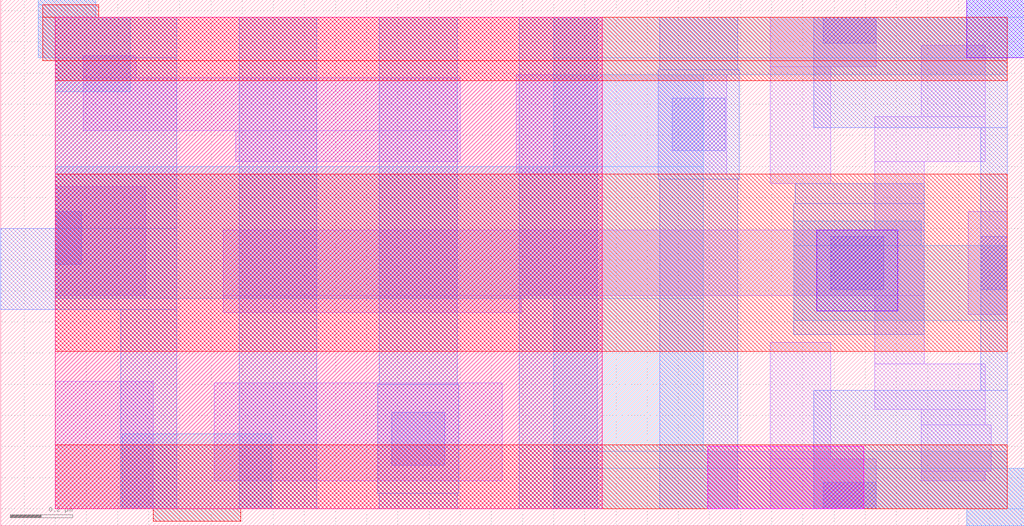
<source format=lef>
# Copyright 2020 The SkyWater PDK Authors
#
# Licensed under the Apache License, Version 2.0 (the "License");
# you may not use this file except in compliance with the License.
# You may obtain a copy of the License at
#
#     https://www.apache.org/licenses/LICENSE-2.0
#
# Unless required by applicable law or agreed to in writing, software
# distributed under the License is distributed on an "AS IS" BASIS,
# WITHOUT WARRANTIES OR CONDITIONS OF ANY KIND, either express or implied.
# See the License for the specific language governing permissions and
# limitations under the License.
#
# SPDX-License-Identifier: Apache-2.0

VERSION 5.7 ;
  NOWIREEXTENSIONATPIN ON ;
  DIVIDERCHAR "/" ;
  BUSBITCHARS "[]" ;
MACRO sky130_fd_bd_sram__sram_dp_swldrv_opt1ai
  CLASS BLOCK ;
  FOREIGN sky130_fd_bd_sram__sram_dp_swldrv_opt1ai ;
  ORIGIN  0.175000  0.055000 ;
  SIZE  3.285000 BY  1.690000 ;
  OBS
    LAYER li1 ;
      RECT 0.000000 0.000000 0.315000 0.410000 ;
      RECT 0.000000 0.685000 0.290000 1.035000 ;
      RECT 0.090000 1.215000 1.300000 1.385000 ;
      RECT 0.090000 1.385000 0.260000 1.455000 ;
      RECT 0.510000 0.090000 1.435000 0.405000 ;
      RECT 0.540000 0.630000 1.495000 0.685000 ;
      RECT 0.540000 0.685000 2.790000 0.895000 ;
      RECT 0.580000 1.115000 1.300000 1.215000 ;
      RECT 1.480000 1.075000 2.155000 1.395000 ;
      RECT 2.295000 0.000000 2.635000 0.160000 ;
      RECT 2.295000 0.160000 2.490000 0.535000 ;
      RECT 2.295000 1.045000 2.490000 1.420000 ;
      RECT 2.295000 1.420000 2.635000 1.580000 ;
      RECT 2.630000 0.320000 2.985000 0.465000 ;
      RECT 2.630000 0.465000 2.790000 0.685000 ;
      RECT 2.630000 0.895000 2.790000 1.115000 ;
      RECT 2.630000 1.115000 2.985000 1.260000 ;
      RECT 2.780000 0.090000 2.985000 0.120000 ;
      RECT 2.780000 0.120000 3.005000 0.270000 ;
      RECT 2.780000 0.270000 2.985000 0.320000 ;
      RECT 2.780000 1.260000 2.985000 1.490000 ;
      RECT 2.930000 0.625000 3.055000 0.955000 ;
    LAYER mcon ;
      RECT 0.000000 0.785000 0.085000 0.955000 ;
      RECT 1.080000 0.140000 1.250000 0.310000 ;
      RECT 1.980000 1.150000 2.150000 1.320000 ;
      RECT 2.465000 0.000000 2.635000 0.085000 ;
      RECT 2.465000 1.495000 2.635000 1.580000 ;
      RECT 2.490000 0.705000 2.660000 0.875000 ;
      RECT 2.970000 0.705000 3.055000 0.875000 ;
    LAYER met1 ;
      RECT -0.175000  0.640000 0.390000 0.900000 ;
      RECT -0.055000  1.450000 0.390000 1.580000 ;
      RECT -0.055000  1.580000 0.130000 1.635000 ;
      RECT  0.000000  0.900000 0.390000 1.450000 ;
      RECT  0.210000  0.000000 0.390000 0.640000 ;
      RECT  0.590000  0.000000 0.840000 1.580000 ;
      RECT  1.035000  0.050000 1.295000 0.400000 ;
      RECT  1.040000  0.000000 1.290000 0.050000 ;
      RECT  1.040000  0.400000 1.290000 1.580000 ;
      RECT  1.490000  0.000000 1.740000 1.580000 ;
      RECT  1.935000  1.060000 2.195000 1.410000 ;
      RECT  1.940000  0.000000 2.190000 1.060000 ;
      RECT  1.940000  1.410000 2.190000 1.580000 ;
      RECT  2.370000  0.560000 2.790000 0.980000 ;
      RECT  2.375000  0.980000 2.790000 1.045000 ;
      RECT  2.435000  0.000000 3.110000 0.130000 ;
      RECT  2.435000  0.130000 3.055000 0.380000 ;
      RECT  2.435000  1.225000 3.055000 1.450000 ;
      RECT  2.435000  1.450000 3.110000 1.580000 ;
      RECT  2.925000 -0.055000 3.110000 0.000000 ;
      RECT  2.925000  1.580000 3.110000 1.635000 ;
      RECT  2.970000  0.380000 3.055000 1.225000 ;
    LAYER met2 ;
      RECT -0.055000  1.450000 0.240000 1.580000 ;
      RECT -0.055000  1.580000 0.140000 1.620000 ;
      RECT -0.055000  1.620000 0.130000 1.635000 ;
      RECT -0.040000  1.440000 0.240000 1.450000 ;
      RECT  0.000000  0.675000 2.080000 1.100000 ;
      RECT  0.000000  1.340000 0.240000 1.440000 ;
      RECT  0.215000  0.000000 0.695000 0.240000 ;
      RECT  0.315000 -0.040000 0.595000 0.000000 ;
      RECT  1.600000  0.000000 3.110000 0.130000 ;
      RECT  1.600000  0.130000 3.055000 0.185000 ;
      RECT  1.600000  0.185000 2.080000 0.675000 ;
      RECT  1.600000  1.100000 2.080000 1.395000 ;
      RECT  1.600000  1.395000 3.055000 1.450000 ;
      RECT  1.600000  1.450000 3.110000 1.580000 ;
      RECT  2.370000  0.605000 3.055000 0.845000 ;
      RECT  2.370000  0.845000 2.780000 0.925000 ;
      RECT  2.925000 -0.055000 3.110000 0.000000 ;
      RECT  2.925000  1.580000 3.110000 1.635000 ;
    LAYER met3 ;
      RECT -0.040000  1.440000 3.055000 1.580000 ;
      RECT -0.040000  1.580000 0.140000 1.620000 ;
      RECT  0.000000  0.000000 3.055000 0.205000 ;
      RECT  0.000000  0.505000 3.055000 1.075000 ;
      RECT  0.000000  1.375000 3.055000 1.440000 ;
      RECT  0.315000 -0.040000 0.595000 0.000000 ;
    LAYER nwell ;
      RECT 0.000000 0.000000 1.755000 1.580000 ;
    LAYER pwell ;
      RECT 2.095000 0.000000 2.595000 0.200000 ;
    LAYER via ;
      RECT 2.445000 0.635000 2.705000 0.895000 ;
      RECT 2.925000 1.450000 3.110000 1.635000 ;
  END
END sky130_fd_bd_sram__sram_dp_swldrv_opt1ai
END LIBRARY

</source>
